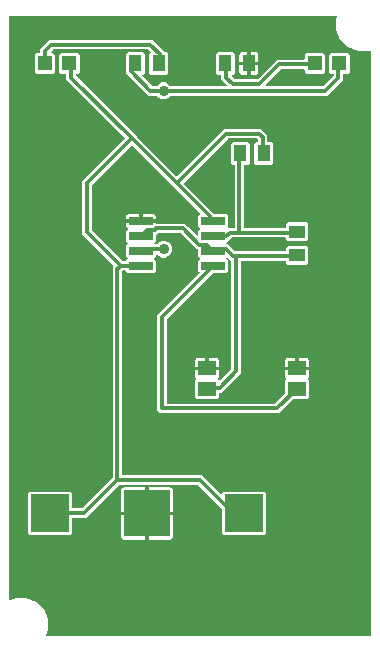
<source format=gbr>
G04 EAGLE Gerber RS-274X export*
G75*
%MOMM*%
%FSLAX34Y34*%
%LPD*%
%INTop Copper*%
%IPPOS*%
%AMOC8*
5,1,8,0,0,1.08239X$1,22.5*%
G01*
%ADD10R,3.900000X3.900000*%
%ADD11R,3.200000X3.200000*%
%ADD12R,1.500000X1.300000*%
%ADD13R,2.032000X0.660400*%
%ADD14R,1.200000X1.200000*%
%ADD15R,1.100000X1.400000*%
%ADD16R,1.400000X1.100000*%
%ADD17C,0.304800*%
%ADD18C,0.914400*%

G36*
X328698Y10164D02*
X328698Y10164D01*
X328717Y10162D01*
X328819Y10184D01*
X328921Y10200D01*
X328938Y10210D01*
X328958Y10214D01*
X329047Y10267D01*
X329138Y10316D01*
X329152Y10330D01*
X329169Y10340D01*
X329236Y10419D01*
X329308Y10494D01*
X329316Y10512D01*
X329329Y10527D01*
X329368Y10623D01*
X329411Y10717D01*
X329413Y10737D01*
X329421Y10755D01*
X329439Y10922D01*
X329439Y505447D01*
X329432Y505493D01*
X329434Y505538D01*
X329412Y505613D01*
X329400Y505690D01*
X329378Y505731D01*
X329365Y505775D01*
X329321Y505839D01*
X329284Y505907D01*
X329251Y505939D01*
X329225Y505977D01*
X329163Y506023D01*
X329106Y506077D01*
X329064Y506096D01*
X329028Y506123D01*
X328954Y506148D01*
X328883Y506180D01*
X328837Y506185D01*
X328794Y506200D01*
X328716Y506199D01*
X328639Y506207D01*
X328594Y506198D01*
X328548Y506197D01*
X328416Y506159D01*
X328398Y506155D01*
X328394Y506153D01*
X328387Y506151D01*
X327007Y505579D01*
X317993Y505579D01*
X309664Y509029D01*
X303289Y515404D01*
X299839Y523733D01*
X299839Y532747D01*
X300684Y534787D01*
X300694Y534831D01*
X300714Y534873D01*
X300722Y534950D01*
X300740Y535026D01*
X300736Y535072D01*
X300741Y535117D01*
X300724Y535194D01*
X300717Y535271D01*
X300698Y535313D01*
X300689Y535358D01*
X300649Y535425D01*
X300617Y535496D01*
X300586Y535530D01*
X300562Y535569D01*
X300503Y535620D01*
X300451Y535677D01*
X300410Y535699D01*
X300376Y535729D01*
X300303Y535758D01*
X300235Y535795D01*
X300190Y535804D01*
X300147Y535821D01*
X300011Y535836D01*
X299993Y535839D01*
X299988Y535838D01*
X299981Y535839D01*
X23622Y535839D01*
X23602Y535836D01*
X23583Y535838D01*
X23481Y535816D01*
X23379Y535800D01*
X23362Y535790D01*
X23342Y535786D01*
X23253Y535733D01*
X23162Y535684D01*
X23148Y535670D01*
X23131Y535660D01*
X23064Y535581D01*
X22992Y535506D01*
X22984Y535488D01*
X22971Y535473D01*
X22932Y535377D01*
X22889Y535283D01*
X22887Y535263D01*
X22879Y535245D01*
X22861Y535078D01*
X22861Y41779D01*
X22868Y41734D01*
X22866Y41688D01*
X22888Y41613D01*
X22900Y41536D01*
X22922Y41496D01*
X22935Y41452D01*
X22979Y41387D01*
X23016Y41319D01*
X23049Y41287D01*
X23075Y41250D01*
X23138Y41203D01*
X23194Y41149D01*
X23236Y41130D01*
X23272Y41103D01*
X23346Y41079D01*
X23417Y41046D01*
X23463Y41041D01*
X23506Y41027D01*
X23584Y41027D01*
X23661Y41019D01*
X23706Y41028D01*
X23752Y41029D01*
X23884Y41067D01*
X23902Y41071D01*
X23906Y41074D01*
X23913Y41076D01*
X28513Y42981D01*
X37527Y42981D01*
X45856Y39531D01*
X52231Y33156D01*
X55681Y24827D01*
X55681Y15813D01*
X53776Y11213D01*
X53765Y11169D01*
X53746Y11127D01*
X53737Y11050D01*
X53719Y10974D01*
X53724Y10928D01*
X53719Y10883D01*
X53735Y10806D01*
X53743Y10729D01*
X53761Y10687D01*
X53771Y10642D01*
X53811Y10575D01*
X53843Y10504D01*
X53874Y10470D01*
X53897Y10431D01*
X53956Y10380D01*
X54009Y10323D01*
X54049Y10301D01*
X54084Y10271D01*
X54156Y10242D01*
X54224Y10205D01*
X54270Y10196D01*
X54312Y10179D01*
X54448Y10164D01*
X54467Y10161D01*
X54472Y10162D01*
X54479Y10161D01*
X328678Y10161D01*
X328698Y10164D01*
G37*
%LPC*%
G36*
X40648Y95759D02*
X40648Y95759D01*
X39159Y97248D01*
X39159Y131352D01*
X40648Y132841D01*
X74752Y132841D01*
X76241Y131352D01*
X76241Y119380D01*
X76244Y119360D01*
X76242Y119341D01*
X76264Y119239D01*
X76280Y119137D01*
X76290Y119120D01*
X76294Y119100D01*
X76347Y119011D01*
X76396Y118920D01*
X76410Y118906D01*
X76420Y118889D01*
X76499Y118822D01*
X76574Y118750D01*
X76592Y118742D01*
X76607Y118729D01*
X76703Y118690D01*
X76797Y118647D01*
X76817Y118645D01*
X76835Y118637D01*
X77002Y118619D01*
X84615Y118619D01*
X84705Y118633D01*
X84796Y118641D01*
X84826Y118653D01*
X84858Y118658D01*
X84938Y118701D01*
X85022Y118737D01*
X85054Y118763D01*
X85075Y118774D01*
X85097Y118797D01*
X85153Y118842D01*
X110266Y143955D01*
X110319Y144029D01*
X110379Y144098D01*
X110391Y144128D01*
X110410Y144154D01*
X110437Y144241D01*
X110471Y144326D01*
X110475Y144367D01*
X110482Y144389D01*
X110481Y144422D01*
X110489Y144493D01*
X110489Y322994D01*
X111061Y323566D01*
X111073Y323582D01*
X111089Y323594D01*
X111145Y323682D01*
X111205Y323765D01*
X111211Y323784D01*
X111222Y323801D01*
X111247Y323902D01*
X111277Y324001D01*
X111277Y324020D01*
X111282Y324040D01*
X111274Y324143D01*
X111271Y324246D01*
X111264Y324265D01*
X111262Y324285D01*
X111222Y324380D01*
X111186Y324477D01*
X111174Y324493D01*
X111166Y324511D01*
X111061Y324642D01*
X84835Y350868D01*
X84835Y395384D01*
X120713Y431262D01*
X120725Y431278D01*
X120741Y431290D01*
X120797Y431378D01*
X120857Y431461D01*
X120863Y431480D01*
X120874Y431497D01*
X120899Y431598D01*
X120929Y431697D01*
X120929Y431716D01*
X120934Y431736D01*
X120926Y431839D01*
X120923Y431942D01*
X120916Y431961D01*
X120914Y431981D01*
X120874Y432076D01*
X120838Y432173D01*
X120826Y432189D01*
X120818Y432207D01*
X120713Y432338D01*
X71373Y481678D01*
X71373Y485998D01*
X71370Y486018D01*
X71372Y486037D01*
X71350Y486139D01*
X71334Y486241D01*
X71324Y486258D01*
X71320Y486278D01*
X71267Y486367D01*
X71218Y486458D01*
X71204Y486472D01*
X71194Y486489D01*
X71115Y486556D01*
X71040Y486628D01*
X71022Y486636D01*
X71007Y486649D01*
X70911Y486688D01*
X70817Y486731D01*
X70797Y486733D01*
X70779Y486741D01*
X70612Y486759D01*
X66948Y486759D01*
X65459Y488248D01*
X65459Y502352D01*
X66948Y503841D01*
X81052Y503841D01*
X82541Y502352D01*
X82541Y488248D01*
X81052Y486759D01*
X80264Y486759D01*
X80244Y486756D01*
X80225Y486758D01*
X80123Y486736D01*
X80021Y486720D01*
X80004Y486710D01*
X79984Y486706D01*
X79895Y486653D01*
X79804Y486604D01*
X79790Y486590D01*
X79773Y486580D01*
X79706Y486501D01*
X79634Y486426D01*
X79626Y486408D01*
X79613Y486393D01*
X79574Y486297D01*
X79531Y486203D01*
X79529Y486183D01*
X79521Y486165D01*
X79503Y485998D01*
X79503Y485361D01*
X79517Y485271D01*
X79525Y485180D01*
X79537Y485150D01*
X79542Y485118D01*
X79585Y485037D01*
X79621Y484954D01*
X79647Y484922D01*
X79658Y484901D01*
X79681Y484879D01*
X79726Y484823D01*
X128461Y436088D01*
X131288Y433261D01*
X164308Y400241D01*
X164324Y400229D01*
X164336Y400213D01*
X164424Y400157D01*
X164507Y400097D01*
X164526Y400091D01*
X164543Y400080D01*
X164644Y400055D01*
X164743Y400025D01*
X164762Y400025D01*
X164782Y400020D01*
X164885Y400028D01*
X164988Y400031D01*
X165007Y400038D01*
X165027Y400040D01*
X165122Y400080D01*
X165219Y400116D01*
X165235Y400128D01*
X165253Y400136D01*
X165384Y400241D01*
X205072Y439929D01*
X236380Y439929D01*
X241555Y434754D01*
X241555Y429402D01*
X241558Y429382D01*
X241556Y429363D01*
X241578Y429261D01*
X241594Y429159D01*
X241604Y429142D01*
X241608Y429122D01*
X241661Y429033D01*
X241710Y428942D01*
X241724Y428928D01*
X241734Y428911D01*
X241813Y428844D01*
X241888Y428772D01*
X241906Y428764D01*
X241921Y428751D01*
X242017Y428712D01*
X242111Y428669D01*
X242131Y428667D01*
X242149Y428659D01*
X242316Y428641D01*
X245152Y428641D01*
X246641Y427152D01*
X246641Y411048D01*
X245152Y409559D01*
X232048Y409559D01*
X230559Y411048D01*
X230559Y427152D01*
X232048Y428641D01*
X232664Y428641D01*
X232684Y428644D01*
X232703Y428642D01*
X232805Y428664D01*
X232907Y428680D01*
X232924Y428690D01*
X232944Y428694D01*
X233033Y428747D01*
X233124Y428796D01*
X233138Y428810D01*
X233155Y428820D01*
X233222Y428899D01*
X233294Y428974D01*
X233302Y428992D01*
X233315Y429007D01*
X233354Y429103D01*
X233397Y429197D01*
X233399Y429217D01*
X233407Y429235D01*
X233425Y429402D01*
X233425Y431038D01*
X233422Y431058D01*
X233424Y431077D01*
X233402Y431179D01*
X233386Y431281D01*
X233376Y431298D01*
X233372Y431318D01*
X233319Y431407D01*
X233270Y431498D01*
X233256Y431512D01*
X233246Y431529D01*
X233167Y431596D01*
X233092Y431668D01*
X233074Y431676D01*
X233059Y431689D01*
X232963Y431728D01*
X232869Y431771D01*
X232849Y431773D01*
X232831Y431781D01*
X232664Y431799D01*
X208755Y431799D01*
X208665Y431785D01*
X208574Y431777D01*
X208544Y431765D01*
X208512Y431760D01*
X208432Y431717D01*
X208348Y431681D01*
X208316Y431655D01*
X208295Y431644D01*
X208273Y431621D01*
X208217Y431576D01*
X171133Y394492D01*
X171121Y394476D01*
X171105Y394464D01*
X171049Y394376D01*
X170989Y394293D01*
X170983Y394274D01*
X170972Y394257D01*
X170947Y394156D01*
X170917Y394057D01*
X170917Y394038D01*
X170912Y394018D01*
X170920Y393915D01*
X170923Y393812D01*
X170930Y393793D01*
X170932Y393773D01*
X170972Y393678D01*
X171008Y393581D01*
X171020Y393565D01*
X171028Y393547D01*
X171133Y393416D01*
X194247Y370302D01*
X196533Y368016D01*
X196607Y367963D01*
X196676Y367903D01*
X196706Y367891D01*
X196732Y367872D01*
X196819Y367845D01*
X196904Y367811D01*
X196945Y367807D01*
X196967Y367800D01*
X197000Y367801D01*
X197071Y367793D01*
X207046Y367793D01*
X208535Y366304D01*
X208535Y357596D01*
X208347Y357408D01*
X208306Y357350D01*
X208256Y357298D01*
X208234Y357251D01*
X208204Y357209D01*
X208183Y357140D01*
X208153Y357075D01*
X208147Y357023D01*
X208131Y356973D01*
X208133Y356902D01*
X208125Y356831D01*
X208137Y356780D01*
X208138Y356728D01*
X208162Y356660D01*
X208178Y356590D01*
X208204Y356545D01*
X208222Y356497D01*
X208267Y356441D01*
X208304Y356379D01*
X208343Y356345D01*
X208376Y356305D01*
X208436Y356266D01*
X208491Y356219D01*
X208539Y356200D01*
X208583Y356172D01*
X208652Y356154D01*
X208719Y356127D01*
X208790Y356119D01*
X208821Y356111D01*
X208845Y356113D01*
X208886Y356109D01*
X213106Y356109D01*
X213126Y356112D01*
X213145Y356110D01*
X213247Y356132D01*
X213349Y356148D01*
X213366Y356158D01*
X213386Y356162D01*
X213475Y356215D01*
X213566Y356264D01*
X213580Y356278D01*
X213597Y356288D01*
X213664Y356367D01*
X213736Y356442D01*
X213744Y356460D01*
X213757Y356475D01*
X213796Y356571D01*
X213839Y356665D01*
X213841Y356685D01*
X213849Y356703D01*
X213867Y356870D01*
X213867Y408798D01*
X213864Y408818D01*
X213866Y408837D01*
X213844Y408939D01*
X213828Y409041D01*
X213818Y409058D01*
X213814Y409078D01*
X213761Y409167D01*
X213712Y409258D01*
X213698Y409272D01*
X213688Y409289D01*
X213609Y409356D01*
X213534Y409428D01*
X213516Y409436D01*
X213501Y409449D01*
X213405Y409488D01*
X213311Y409531D01*
X213291Y409533D01*
X213273Y409541D01*
X213106Y409559D01*
X212048Y409559D01*
X210559Y411048D01*
X210559Y427152D01*
X212048Y428641D01*
X225152Y428641D01*
X226641Y427152D01*
X226641Y411048D01*
X225152Y409559D01*
X222758Y409559D01*
X222738Y409556D01*
X222719Y409558D01*
X222617Y409536D01*
X222515Y409520D01*
X222498Y409510D01*
X222478Y409506D01*
X222389Y409453D01*
X222298Y409404D01*
X222284Y409390D01*
X222267Y409380D01*
X222200Y409301D01*
X222128Y409226D01*
X222120Y409208D01*
X222107Y409193D01*
X222068Y409097D01*
X222025Y409003D01*
X222023Y408983D01*
X222015Y408965D01*
X221997Y408798D01*
X221997Y356870D01*
X222000Y356850D01*
X221998Y356831D01*
X222020Y356729D01*
X222036Y356627D01*
X222046Y356610D01*
X222050Y356590D01*
X222103Y356501D01*
X222152Y356410D01*
X222166Y356396D01*
X222176Y356379D01*
X222255Y356312D01*
X222330Y356240D01*
X222348Y356232D01*
X222363Y356219D01*
X222459Y356180D01*
X222553Y356137D01*
X222573Y356135D01*
X222591Y356127D01*
X222758Y356109D01*
X256398Y356109D01*
X256418Y356112D01*
X256437Y356110D01*
X256539Y356132D01*
X256641Y356148D01*
X256658Y356158D01*
X256678Y356162D01*
X256767Y356215D01*
X256858Y356264D01*
X256872Y356278D01*
X256889Y356288D01*
X256956Y356367D01*
X257028Y356442D01*
X257036Y356460D01*
X257049Y356475D01*
X257088Y356571D01*
X257131Y356665D01*
X257133Y356685D01*
X257141Y356703D01*
X257159Y356870D01*
X257159Y359452D01*
X258648Y360941D01*
X274752Y360941D01*
X276241Y359452D01*
X276241Y346348D01*
X274752Y344859D01*
X258648Y344859D01*
X257159Y346348D01*
X257159Y347218D01*
X257156Y347238D01*
X257158Y347257D01*
X257136Y347359D01*
X257120Y347461D01*
X257110Y347478D01*
X257106Y347498D01*
X257053Y347587D01*
X257004Y347678D01*
X256990Y347692D01*
X256980Y347709D01*
X256901Y347776D01*
X256826Y347848D01*
X256808Y347856D01*
X256793Y347869D01*
X256697Y347908D01*
X256603Y347951D01*
X256583Y347953D01*
X256565Y347961D01*
X256398Y347979D01*
X211549Y347979D01*
X211459Y347965D01*
X211368Y347957D01*
X211338Y347945D01*
X211306Y347940D01*
X211226Y347897D01*
X211142Y347861D01*
X211110Y347835D01*
X211089Y347824D01*
X211067Y347801D01*
X211011Y347756D01*
X208758Y345503D01*
X208705Y345429D01*
X208645Y345360D01*
X208633Y345330D01*
X208614Y345304D01*
X208587Y345217D01*
X208553Y345132D01*
X208549Y345091D01*
X208542Y345068D01*
X208543Y345036D01*
X208535Y344965D01*
X208535Y344896D01*
X207077Y343438D01*
X207066Y343422D01*
X207050Y343410D01*
X207022Y343366D01*
X206986Y343328D01*
X206964Y343281D01*
X206934Y343239D01*
X206928Y343220D01*
X206917Y343203D01*
X206904Y343152D01*
X206883Y343105D01*
X206877Y343053D01*
X206862Y343003D01*
X206862Y342984D01*
X206857Y342964D01*
X206861Y342912D01*
X206856Y342861D01*
X206867Y342810D01*
X206868Y342758D01*
X206875Y342739D01*
X206876Y342719D01*
X206897Y342671D01*
X206908Y342620D01*
X206934Y342576D01*
X206952Y342527D01*
X206965Y342511D01*
X206973Y342493D01*
X207017Y342437D01*
X207034Y342409D01*
X207052Y342394D01*
X207077Y342362D01*
X207094Y342350D01*
X207106Y342335D01*
X207166Y342296D01*
X207221Y342249D01*
X207251Y342237D01*
X207277Y342218D01*
X207296Y342212D01*
X207313Y342202D01*
X207382Y342184D01*
X207449Y342157D01*
X207490Y342153D01*
X207512Y342146D01*
X207532Y342146D01*
X207551Y342141D01*
X207575Y342143D01*
X207616Y342139D01*
X208440Y342139D01*
X211044Y339535D01*
X213805Y336774D01*
X213879Y336721D01*
X213948Y336661D01*
X213978Y336649D01*
X214004Y336630D01*
X214091Y336603D01*
X214176Y336569D01*
X214217Y336565D01*
X214239Y336558D01*
X214272Y336559D01*
X214343Y336551D01*
X256398Y336551D01*
X256418Y336554D01*
X256437Y336552D01*
X256539Y336574D01*
X256641Y336590D01*
X256658Y336600D01*
X256678Y336604D01*
X256767Y336657D01*
X256858Y336706D01*
X256872Y336720D01*
X256889Y336730D01*
X256956Y336809D01*
X257028Y336884D01*
X257036Y336902D01*
X257049Y336917D01*
X257088Y337013D01*
X257131Y337107D01*
X257133Y337127D01*
X257141Y337145D01*
X257159Y337312D01*
X257159Y339452D01*
X258648Y340941D01*
X274752Y340941D01*
X276241Y339452D01*
X276241Y326348D01*
X274752Y324859D01*
X258648Y324859D01*
X257159Y326348D01*
X257159Y327660D01*
X257156Y327680D01*
X257158Y327699D01*
X257136Y327801D01*
X257120Y327903D01*
X257110Y327920D01*
X257106Y327940D01*
X257053Y328029D01*
X257004Y328120D01*
X256990Y328134D01*
X256980Y328151D01*
X256901Y328218D01*
X256826Y328290D01*
X256808Y328298D01*
X256793Y328311D01*
X256697Y328350D01*
X256603Y328393D01*
X256583Y328395D01*
X256565Y328403D01*
X256398Y328421D01*
X219964Y328421D01*
X219944Y328418D01*
X219925Y328420D01*
X219823Y328398D01*
X219721Y328382D01*
X219704Y328372D01*
X219684Y328368D01*
X219595Y328315D01*
X219504Y328266D01*
X219490Y328252D01*
X219473Y328242D01*
X219406Y328163D01*
X219334Y328088D01*
X219326Y328070D01*
X219313Y328055D01*
X219274Y327959D01*
X219231Y327865D01*
X219229Y327845D01*
X219221Y327827D01*
X219203Y327660D01*
X219203Y233012D01*
X202852Y216661D01*
X201302Y216661D01*
X201282Y216658D01*
X201263Y216660D01*
X201161Y216638D01*
X201059Y216622D01*
X201042Y216612D01*
X201022Y216608D01*
X200933Y216555D01*
X200842Y216506D01*
X200828Y216492D01*
X200811Y216482D01*
X200744Y216403D01*
X200672Y216328D01*
X200664Y216310D01*
X200651Y216295D01*
X200612Y216199D01*
X200569Y216105D01*
X200567Y216085D01*
X200559Y216067D01*
X200541Y215900D01*
X200541Y212548D01*
X199052Y211059D01*
X181948Y211059D01*
X180459Y212548D01*
X180459Y227652D01*
X180876Y228069D01*
X180902Y228105D01*
X180934Y228134D01*
X180973Y228204D01*
X181019Y228269D01*
X181032Y228311D01*
X181054Y228349D01*
X181068Y228427D01*
X181092Y228504D01*
X181091Y228548D01*
X181099Y228591D01*
X181088Y228670D01*
X181085Y228750D01*
X181070Y228791D01*
X181064Y228834D01*
X181027Y228919D01*
X181006Y228968D01*
X181001Y228981D01*
X180999Y228983D01*
X180997Y228988D01*
X180632Y229619D01*
X180459Y230266D01*
X180459Y235577D01*
X189738Y235577D01*
X189758Y235580D01*
X189777Y235578D01*
X189879Y235600D01*
X189981Y235617D01*
X189998Y235626D01*
X190018Y235630D01*
X190107Y235683D01*
X190198Y235732D01*
X190212Y235746D01*
X190229Y235756D01*
X190296Y235835D01*
X190367Y235910D01*
X190376Y235928D01*
X190389Y235943D01*
X190428Y236039D01*
X190471Y236133D01*
X190473Y236153D01*
X190481Y236171D01*
X190499Y236338D01*
X190499Y237101D01*
X190501Y237101D01*
X190501Y236338D01*
X190504Y236318D01*
X190502Y236299D01*
X190524Y236197D01*
X190541Y236095D01*
X190550Y236078D01*
X190554Y236058D01*
X190607Y235969D01*
X190656Y235878D01*
X190670Y235864D01*
X190680Y235847D01*
X190759Y235780D01*
X190834Y235709D01*
X190852Y235700D01*
X190867Y235687D01*
X190963Y235648D01*
X191057Y235605D01*
X191077Y235603D01*
X191095Y235595D01*
X191262Y235577D01*
X200541Y235577D01*
X200541Y230266D01*
X200368Y229619D01*
X200003Y228988D01*
X199988Y228947D01*
X199964Y228910D01*
X199944Y228833D01*
X199916Y228758D01*
X199914Y228714D01*
X199904Y228672D01*
X199910Y228592D01*
X199907Y228512D01*
X199920Y228470D01*
X199923Y228426D01*
X199954Y228353D01*
X199977Y228276D01*
X200002Y228240D01*
X200019Y228200D01*
X200110Y228086D01*
X200118Y228075D01*
X200121Y228073D01*
X200124Y228069D01*
X200547Y227646D01*
X200552Y227614D01*
X200554Y227542D01*
X200572Y227494D01*
X200580Y227442D01*
X200614Y227379D01*
X200639Y227311D01*
X200671Y227271D01*
X200696Y227225D01*
X200748Y227175D01*
X200792Y227119D01*
X200836Y227091D01*
X200874Y227055D01*
X200939Y227025D01*
X200999Y226986D01*
X201050Y226974D01*
X201097Y226952D01*
X201168Y226944D01*
X201238Y226926D01*
X201290Y226930D01*
X201341Y226925D01*
X201412Y226940D01*
X201483Y226946D01*
X201531Y226966D01*
X201582Y226977D01*
X201643Y227014D01*
X201709Y227042D01*
X201765Y227087D01*
X201793Y227103D01*
X201808Y227121D01*
X201840Y227147D01*
X210850Y236157D01*
X210903Y236231D01*
X210963Y236300D01*
X210975Y236330D01*
X210994Y236356D01*
X211021Y236443D01*
X211055Y236528D01*
X211059Y236569D01*
X211066Y236592D01*
X211065Y236624D01*
X211073Y236695D01*
X211073Y327693D01*
X211059Y327783D01*
X211051Y327874D01*
X211039Y327904D01*
X211034Y327936D01*
X210991Y328016D01*
X210955Y328100D01*
X210929Y328132D01*
X210918Y328153D01*
X210895Y328175D01*
X210850Y328231D01*
X208249Y330833D01*
X208233Y330845D01*
X208220Y330860D01*
X208133Y330916D01*
X208049Y330976D01*
X208030Y330982D01*
X208013Y330993D01*
X207913Y331018D01*
X207814Y331049D01*
X207794Y331048D01*
X207775Y331053D01*
X207672Y331045D01*
X207568Y331042D01*
X207549Y331036D01*
X207530Y331034D01*
X207434Y330994D01*
X207337Y330958D01*
X207321Y330946D01*
X207303Y330938D01*
X207172Y330833D01*
X207078Y330738D01*
X207066Y330722D01*
X207050Y330710D01*
X206994Y330623D01*
X206934Y330539D01*
X206928Y330520D01*
X206917Y330503D01*
X206892Y330402D01*
X206862Y330304D01*
X206862Y330284D01*
X206857Y330264D01*
X206865Y330161D01*
X206868Y330058D01*
X206875Y330039D01*
X206876Y330019D01*
X206917Y329924D01*
X206952Y329827D01*
X206965Y329811D01*
X206973Y329793D01*
X207077Y329662D01*
X208535Y328204D01*
X208535Y319496D01*
X207046Y318007D01*
X196055Y318007D01*
X195965Y317993D01*
X195874Y317985D01*
X195844Y317973D01*
X195812Y317968D01*
X195732Y317925D01*
X195648Y317889D01*
X195616Y317863D01*
X195595Y317852D01*
X195573Y317829D01*
X195517Y317784D01*
X156688Y278955D01*
X156635Y278881D01*
X156575Y278812D01*
X156563Y278782D01*
X156544Y278756D01*
X156517Y278669D01*
X156483Y278584D01*
X156479Y278543D01*
X156472Y278520D01*
X156473Y278488D01*
X156465Y278417D01*
X156465Y208026D01*
X156468Y208006D01*
X156466Y207987D01*
X156488Y207885D01*
X156504Y207783D01*
X156514Y207766D01*
X156518Y207746D01*
X156571Y207657D01*
X156620Y207566D01*
X156634Y207552D01*
X156644Y207535D01*
X156723Y207468D01*
X156798Y207396D01*
X156816Y207388D01*
X156831Y207375D01*
X156927Y207336D01*
X157021Y207293D01*
X157041Y207291D01*
X157059Y207283D01*
X157226Y207265D01*
X247801Y207265D01*
X247891Y207279D01*
X247982Y207287D01*
X248012Y207299D01*
X248044Y207304D01*
X248124Y207347D01*
X248208Y207383D01*
X248240Y207409D01*
X248261Y207420D01*
X248283Y207443D01*
X248339Y207488D01*
X256436Y215585D01*
X256489Y215659D01*
X256549Y215728D01*
X256561Y215758D01*
X256580Y215784D01*
X256607Y215871D01*
X256641Y215956D01*
X256645Y215997D01*
X256652Y216020D01*
X256651Y216052D01*
X256659Y216123D01*
X256659Y227652D01*
X257076Y228069D01*
X257102Y228105D01*
X257134Y228134D01*
X257173Y228204D01*
X257219Y228269D01*
X257232Y228311D01*
X257254Y228349D01*
X257268Y228427D01*
X257292Y228504D01*
X257291Y228548D01*
X257299Y228591D01*
X257288Y228670D01*
X257285Y228750D01*
X257270Y228791D01*
X257264Y228834D01*
X257227Y228919D01*
X257206Y228968D01*
X257201Y228981D01*
X257199Y228983D01*
X257197Y228988D01*
X256832Y229619D01*
X256659Y230266D01*
X256659Y235577D01*
X265938Y235577D01*
X265958Y235580D01*
X265977Y235578D01*
X266079Y235600D01*
X266181Y235617D01*
X266198Y235626D01*
X266218Y235630D01*
X266307Y235683D01*
X266398Y235732D01*
X266412Y235746D01*
X266429Y235756D01*
X266496Y235835D01*
X266567Y235910D01*
X266576Y235928D01*
X266589Y235943D01*
X266628Y236039D01*
X266671Y236133D01*
X266673Y236153D01*
X266681Y236171D01*
X266699Y236338D01*
X266699Y237101D01*
X266701Y237101D01*
X266701Y236338D01*
X266704Y236318D01*
X266702Y236299D01*
X266724Y236197D01*
X266741Y236095D01*
X266750Y236078D01*
X266754Y236058D01*
X266807Y235969D01*
X266856Y235878D01*
X266870Y235864D01*
X266880Y235847D01*
X266959Y235780D01*
X267034Y235709D01*
X267052Y235700D01*
X267067Y235687D01*
X267163Y235648D01*
X267257Y235605D01*
X267277Y235603D01*
X267295Y235595D01*
X267462Y235577D01*
X276741Y235577D01*
X276741Y230266D01*
X276568Y229619D01*
X276203Y228988D01*
X276188Y228947D01*
X276164Y228910D01*
X276144Y228833D01*
X276116Y228758D01*
X276114Y228714D01*
X276104Y228672D01*
X276110Y228592D01*
X276107Y228512D01*
X276120Y228470D01*
X276123Y228426D01*
X276154Y228353D01*
X276177Y228276D01*
X276202Y228240D01*
X276219Y228200D01*
X276310Y228086D01*
X276318Y228075D01*
X276321Y228073D01*
X276324Y228069D01*
X276741Y227652D01*
X276741Y212548D01*
X275252Y211059D01*
X263723Y211059D01*
X263633Y211045D01*
X263542Y211037D01*
X263512Y211025D01*
X263480Y211020D01*
X263400Y210977D01*
X263316Y210941D01*
X263284Y210915D01*
X263263Y210904D01*
X263241Y210881D01*
X263185Y210836D01*
X251484Y199135D01*
X150716Y199135D01*
X148335Y201516D01*
X148335Y282100D01*
X150939Y284704D01*
X183894Y317658D01*
X183906Y317674D01*
X183921Y317687D01*
X183977Y317774D01*
X184037Y317858D01*
X184043Y317877D01*
X184054Y317894D01*
X184079Y317994D01*
X184110Y318093D01*
X184109Y318113D01*
X184114Y318132D01*
X184106Y318235D01*
X184103Y318339D01*
X184097Y318358D01*
X184095Y318378D01*
X184055Y318472D01*
X184019Y318570D01*
X184007Y318586D01*
X183999Y318604D01*
X183894Y318735D01*
X183133Y319496D01*
X183133Y328204D01*
X184591Y329662D01*
X184602Y329678D01*
X184618Y329690D01*
X184674Y329778D01*
X184734Y329861D01*
X184740Y329880D01*
X184751Y329897D01*
X184776Y329998D01*
X184806Y330097D01*
X184806Y330116D01*
X184811Y330136D01*
X184803Y330239D01*
X184800Y330342D01*
X184793Y330361D01*
X184792Y330381D01*
X184751Y330476D01*
X184716Y330573D01*
X184703Y330589D01*
X184695Y330607D01*
X184591Y330738D01*
X183133Y332196D01*
X183133Y337058D01*
X183130Y337078D01*
X183132Y337097D01*
X183110Y337199D01*
X183094Y337301D01*
X183084Y337318D01*
X183080Y337338D01*
X183027Y337427D01*
X182978Y337518D01*
X182964Y337532D01*
X182954Y337549D01*
X182875Y337616D01*
X182800Y337688D01*
X182782Y337696D01*
X182767Y337709D01*
X182671Y337748D01*
X182577Y337791D01*
X182557Y337793D01*
X182539Y337801D01*
X182372Y337819D01*
X182307Y337819D01*
X168814Y351312D01*
X168740Y351365D01*
X168671Y351425D01*
X168640Y351437D01*
X168614Y351456D01*
X168527Y351483D01*
X168442Y351517D01*
X168401Y351521D01*
X168379Y351528D01*
X168347Y351527D01*
X168276Y351535D01*
X149224Y351535D01*
X149134Y351521D01*
X149043Y351513D01*
X149014Y351501D01*
X148982Y351496D01*
X148901Y351453D01*
X148817Y351417D01*
X148785Y351391D01*
X148764Y351380D01*
X148742Y351357D01*
X148686Y351312D01*
X147893Y350519D01*
X147828Y350519D01*
X147808Y350516D01*
X147789Y350518D01*
X147687Y350496D01*
X147585Y350480D01*
X147568Y350470D01*
X147548Y350466D01*
X147459Y350413D01*
X147368Y350364D01*
X147354Y350350D01*
X147337Y350340D01*
X147270Y350261D01*
X147198Y350186D01*
X147190Y350168D01*
X147177Y350153D01*
X147138Y350057D01*
X147095Y349963D01*
X147093Y349943D01*
X147085Y349925D01*
X147067Y349758D01*
X147067Y344896D01*
X145609Y343438D01*
X145598Y343422D01*
X145582Y343410D01*
X145554Y343366D01*
X145518Y343328D01*
X145496Y343281D01*
X145466Y343239D01*
X145460Y343220D01*
X145449Y343203D01*
X145436Y343152D01*
X145415Y343105D01*
X145409Y343053D01*
X145394Y343003D01*
X145394Y342984D01*
X145389Y342964D01*
X145393Y342912D01*
X145388Y342861D01*
X145399Y342810D01*
X145400Y342758D01*
X145407Y342739D01*
X145408Y342719D01*
X145429Y342671D01*
X145440Y342620D01*
X145466Y342576D01*
X145484Y342527D01*
X145497Y342511D01*
X145505Y342493D01*
X145549Y342437D01*
X145566Y342409D01*
X145584Y342394D01*
X145609Y342362D01*
X145626Y342350D01*
X145638Y342335D01*
X145698Y342296D01*
X145753Y342249D01*
X145783Y342237D01*
X145809Y342218D01*
X145828Y342212D01*
X145845Y342202D01*
X145914Y342184D01*
X145981Y342157D01*
X146022Y342153D01*
X146044Y342146D01*
X146064Y342146D01*
X146083Y342141D01*
X146107Y342143D01*
X146148Y342139D01*
X147360Y342139D01*
X147451Y342153D01*
X147541Y342161D01*
X147571Y342173D01*
X147603Y342178D01*
X147684Y342221D01*
X147768Y342257D01*
X147800Y342283D01*
X147821Y342294D01*
X147843Y342317D01*
X147899Y342362D01*
X149641Y344104D01*
X152255Y345187D01*
X155085Y345187D01*
X157699Y344104D01*
X159700Y342103D01*
X160783Y339489D01*
X160783Y336659D01*
X159700Y334045D01*
X157699Y332044D01*
X155085Y330961D01*
X152255Y330961D01*
X149641Y332044D01*
X148366Y333319D01*
X148308Y333361D01*
X148256Y333410D01*
X148209Y333432D01*
X148167Y333462D01*
X148098Y333483D01*
X148033Y333514D01*
X147981Y333519D01*
X147931Y333535D01*
X147860Y333533D01*
X147789Y333541D01*
X147738Y333530D01*
X147686Y333528D01*
X147618Y333504D01*
X147548Y333489D01*
X147503Y333462D01*
X147455Y333444D01*
X147399Y333399D01*
X147337Y333362D01*
X147303Y333323D01*
X147263Y333290D01*
X147224Y333230D01*
X147177Y333175D01*
X147158Y333127D01*
X147130Y333083D01*
X147112Y333014D01*
X147085Y332947D01*
X147077Y332876D01*
X147069Y332845D01*
X147071Y332821D01*
X147067Y332781D01*
X147067Y332196D01*
X145609Y330738D01*
X145598Y330722D01*
X145582Y330710D01*
X145526Y330622D01*
X145466Y330539D01*
X145460Y330520D01*
X145449Y330503D01*
X145424Y330402D01*
X145394Y330303D01*
X145394Y330284D01*
X145389Y330264D01*
X145397Y330161D01*
X145400Y330058D01*
X145407Y330039D01*
X145408Y330019D01*
X145449Y329924D01*
X145484Y329827D01*
X145497Y329811D01*
X145505Y329793D01*
X145609Y329662D01*
X147067Y328204D01*
X147067Y319496D01*
X145578Y318007D01*
X123154Y318007D01*
X121614Y319546D01*
X121612Y319558D01*
X121559Y319647D01*
X121510Y319738D01*
X121496Y319752D01*
X121486Y319769D01*
X121407Y319836D01*
X121332Y319908D01*
X121314Y319916D01*
X121299Y319929D01*
X121203Y319968D01*
X121109Y320011D01*
X121089Y320013D01*
X121071Y320021D01*
X120904Y320039D01*
X119380Y320039D01*
X119360Y320036D01*
X119341Y320038D01*
X119239Y320016D01*
X119137Y320000D01*
X119120Y319990D01*
X119100Y319986D01*
X119011Y319933D01*
X118920Y319884D01*
X118906Y319870D01*
X118889Y319860D01*
X118822Y319781D01*
X118750Y319706D01*
X118742Y319688D01*
X118729Y319673D01*
X118690Y319577D01*
X118647Y319483D01*
X118645Y319463D01*
X118637Y319445D01*
X118619Y319278D01*
X118619Y147320D01*
X118622Y147300D01*
X118620Y147281D01*
X118642Y147179D01*
X118658Y147077D01*
X118668Y147060D01*
X118672Y147040D01*
X118725Y146951D01*
X118774Y146860D01*
X118788Y146846D01*
X118798Y146829D01*
X118877Y146762D01*
X118952Y146690D01*
X118970Y146682D01*
X118985Y146669D01*
X119081Y146630D01*
X119175Y146587D01*
X119195Y146585D01*
X119213Y146577D01*
X119380Y146559D01*
X186088Y146559D01*
X201860Y130787D01*
X201918Y130745D01*
X201970Y130695D01*
X202017Y130673D01*
X202059Y130643D01*
X202128Y130622D01*
X202193Y130592D01*
X202245Y130586D01*
X202295Y130571D01*
X202366Y130573D01*
X202437Y130565D01*
X202488Y130576D01*
X202540Y130577D01*
X202608Y130602D01*
X202678Y130617D01*
X202723Y130644D01*
X202771Y130662D01*
X202827Y130706D01*
X202889Y130743D01*
X202923Y130783D01*
X202963Y130815D01*
X203002Y130876D01*
X203049Y130930D01*
X203068Y130978D01*
X203096Y131022D01*
X203114Y131092D01*
X203141Y131158D01*
X203149Y131230D01*
X203157Y131261D01*
X203155Y131284D01*
X203159Y131325D01*
X203159Y131352D01*
X204648Y132841D01*
X238752Y132841D01*
X240241Y131352D01*
X240241Y97248D01*
X238752Y95759D01*
X204648Y95759D01*
X203159Y97248D01*
X203159Y117675D01*
X203145Y117765D01*
X203137Y117856D01*
X203125Y117886D01*
X203120Y117918D01*
X203077Y117998D01*
X203041Y118082D01*
X203015Y118114D01*
X203004Y118135D01*
X202981Y118157D01*
X202936Y118213D01*
X182943Y138206D01*
X182869Y138259D01*
X182800Y138319D01*
X182770Y138331D01*
X182744Y138350D01*
X182657Y138377D01*
X182572Y138411D01*
X182531Y138415D01*
X182508Y138422D01*
X182476Y138421D01*
X182405Y138429D01*
X116553Y138429D01*
X116463Y138415D01*
X116372Y138407D01*
X116342Y138395D01*
X116310Y138390D01*
X116230Y138347D01*
X116146Y138311D01*
X116114Y138285D01*
X116093Y138274D01*
X116071Y138251D01*
X116015Y138206D01*
X90902Y113093D01*
X88298Y110489D01*
X77002Y110489D01*
X76982Y110486D01*
X76963Y110488D01*
X76861Y110466D01*
X76759Y110450D01*
X76742Y110440D01*
X76722Y110436D01*
X76633Y110383D01*
X76542Y110334D01*
X76528Y110320D01*
X76511Y110310D01*
X76444Y110231D01*
X76372Y110156D01*
X76364Y110138D01*
X76351Y110123D01*
X76312Y110027D01*
X76269Y109933D01*
X76267Y109913D01*
X76259Y109895D01*
X76241Y109728D01*
X76241Y97248D01*
X74752Y95759D01*
X40648Y95759D01*
G37*
%LPD*%
G36*
X121404Y328183D02*
X121404Y328183D01*
X121495Y328191D01*
X121525Y328203D01*
X121557Y328208D01*
X121638Y328251D01*
X121722Y328287D01*
X121754Y328313D01*
X121774Y328324D01*
X121797Y328347D01*
X121853Y328392D01*
X123123Y329662D01*
X123134Y329678D01*
X123150Y329690D01*
X123206Y329778D01*
X123266Y329861D01*
X123272Y329880D01*
X123283Y329897D01*
X123308Y329998D01*
X123338Y330097D01*
X123338Y330116D01*
X123343Y330136D01*
X123335Y330239D01*
X123332Y330342D01*
X123325Y330361D01*
X123324Y330381D01*
X123283Y330476D01*
X123248Y330573D01*
X123235Y330589D01*
X123227Y330607D01*
X123123Y330738D01*
X121665Y332196D01*
X121665Y340904D01*
X123123Y342362D01*
X123134Y342378D01*
X123150Y342390D01*
X123206Y342478D01*
X123266Y342561D01*
X123272Y342580D01*
X123283Y342597D01*
X123308Y342698D01*
X123338Y342797D01*
X123338Y342816D01*
X123343Y342836D01*
X123335Y342939D01*
X123332Y343042D01*
X123325Y343061D01*
X123324Y343081D01*
X123283Y343176D01*
X123248Y343273D01*
X123235Y343289D01*
X123227Y343307D01*
X123123Y343438D01*
X121665Y344896D01*
X121665Y353604D01*
X123231Y355170D01*
X123300Y355266D01*
X123371Y355363D01*
X123372Y355367D01*
X123375Y355370D01*
X123409Y355483D01*
X123446Y355597D01*
X123446Y355601D01*
X123447Y355605D01*
X123444Y355724D01*
X123442Y355843D01*
X123441Y355847D01*
X123441Y355851D01*
X123400Y355963D01*
X123360Y356075D01*
X123358Y356078D01*
X123356Y356082D01*
X123282Y356176D01*
X123209Y356269D01*
X123205Y356272D01*
X123203Y356274D01*
X123191Y356282D01*
X123074Y356368D01*
X122646Y356615D01*
X122173Y357088D01*
X121838Y357667D01*
X121665Y358314D01*
X121665Y360427D01*
X133604Y360427D01*
X133624Y360430D01*
X133643Y360428D01*
X133745Y360450D01*
X133847Y360467D01*
X133864Y360476D01*
X133884Y360480D01*
X133973Y360533D01*
X134064Y360582D01*
X134078Y360596D01*
X134095Y360606D01*
X134162Y360685D01*
X134233Y360760D01*
X134242Y360778D01*
X134255Y360793D01*
X134294Y360889D01*
X134337Y360983D01*
X134339Y361003D01*
X134347Y361021D01*
X134365Y361188D01*
X134365Y361951D01*
X134367Y361951D01*
X134367Y361188D01*
X134370Y361168D01*
X134368Y361149D01*
X134390Y361047D01*
X134407Y360945D01*
X134416Y360928D01*
X134420Y360908D01*
X134473Y360819D01*
X134522Y360728D01*
X134536Y360714D01*
X134546Y360697D01*
X134625Y360630D01*
X134700Y360559D01*
X134718Y360550D01*
X134733Y360537D01*
X134829Y360498D01*
X134923Y360455D01*
X134943Y360453D01*
X134961Y360445D01*
X135128Y360427D01*
X147067Y360427D01*
X147067Y360426D01*
X147070Y360406D01*
X147068Y360387D01*
X147090Y360285D01*
X147106Y360183D01*
X147116Y360166D01*
X147120Y360146D01*
X147173Y360057D01*
X147222Y359966D01*
X147236Y359952D01*
X147246Y359935D01*
X147325Y359868D01*
X147400Y359796D01*
X147418Y359788D01*
X147433Y359775D01*
X147529Y359736D01*
X147623Y359693D01*
X147643Y359691D01*
X147661Y359683D01*
X147828Y359665D01*
X171958Y359665D01*
X174562Y357061D01*
X181834Y349789D01*
X181892Y349747D01*
X181944Y349698D01*
X181991Y349676D01*
X182033Y349646D01*
X182102Y349625D01*
X182167Y349594D01*
X182219Y349589D01*
X182269Y349573D01*
X182340Y349575D01*
X182411Y349567D01*
X182462Y349578D01*
X182514Y349580D01*
X182582Y349604D01*
X182652Y349620D01*
X182697Y349646D01*
X182745Y349664D01*
X182801Y349709D01*
X182863Y349746D01*
X182897Y349785D01*
X182937Y349818D01*
X182976Y349878D01*
X183023Y349933D01*
X183042Y349981D01*
X183070Y350025D01*
X183088Y350094D01*
X183115Y350161D01*
X183123Y350232D01*
X183131Y350263D01*
X183129Y350287D01*
X183133Y350328D01*
X183133Y353604D01*
X184591Y355062D01*
X184602Y355078D01*
X184618Y355090D01*
X184674Y355178D01*
X184734Y355261D01*
X184740Y355280D01*
X184751Y355297D01*
X184776Y355398D01*
X184806Y355497D01*
X184806Y355516D01*
X184811Y355536D01*
X184803Y355639D01*
X184800Y355742D01*
X184793Y355761D01*
X184792Y355781D01*
X184751Y355876D01*
X184716Y355973D01*
X184703Y355989D01*
X184695Y356007D01*
X184591Y356138D01*
X183133Y357596D01*
X183133Y366304D01*
X184402Y367573D01*
X184414Y367589D01*
X184429Y367602D01*
X184485Y367689D01*
X184545Y367773D01*
X184551Y367792D01*
X184562Y367809D01*
X184587Y367909D01*
X184618Y368008D01*
X184617Y368028D01*
X184622Y368047D01*
X184614Y368150D01*
X184611Y368254D01*
X184605Y368273D01*
X184603Y368292D01*
X184563Y368387D01*
X184527Y368485D01*
X184515Y368500D01*
X184507Y368519D01*
X184402Y368650D01*
X163385Y389666D01*
X160558Y392493D01*
X127538Y425513D01*
X127522Y425525D01*
X127510Y425541D01*
X127422Y425597D01*
X127339Y425657D01*
X127320Y425663D01*
X127303Y425674D01*
X127202Y425699D01*
X127103Y425729D01*
X127084Y425729D01*
X127064Y425734D01*
X126961Y425726D01*
X126858Y425723D01*
X126839Y425716D01*
X126819Y425714D01*
X126724Y425674D01*
X126627Y425638D01*
X126611Y425626D01*
X126593Y425618D01*
X126462Y425513D01*
X93188Y392239D01*
X93135Y392165D01*
X93075Y392096D01*
X93063Y392066D01*
X93044Y392040D01*
X93017Y391953D01*
X92983Y391868D01*
X92979Y391827D01*
X92972Y391804D01*
X92973Y391772D01*
X92965Y391701D01*
X92965Y354551D01*
X92979Y354461D01*
X92987Y354370D01*
X92999Y354340D01*
X93004Y354308D01*
X93047Y354227D01*
X93083Y354144D01*
X93109Y354112D01*
X93120Y354091D01*
X93143Y354069D01*
X93188Y354013D01*
X118809Y328392D01*
X118883Y328339D01*
X118952Y328279D01*
X118982Y328267D01*
X119008Y328248D01*
X119095Y328221D01*
X119180Y328187D01*
X119221Y328183D01*
X119244Y328176D01*
X119276Y328177D01*
X119347Y328169D01*
X121314Y328169D01*
X121404Y328183D01*
G37*
%LPC*%
G36*
X152255Y465073D02*
X152255Y465073D01*
X149641Y466156D01*
X147899Y467898D01*
X147825Y467951D01*
X147755Y468011D01*
X147725Y468023D01*
X147699Y468042D01*
X147612Y468069D01*
X147527Y468103D01*
X147486Y468107D01*
X147464Y468114D01*
X147432Y468113D01*
X147360Y468121D01*
X140810Y468121D01*
X123395Y485536D01*
X123321Y485589D01*
X123294Y485613D01*
X121659Y487248D01*
X121659Y503352D01*
X123148Y504841D01*
X136252Y504841D01*
X137741Y503352D01*
X137741Y487248D01*
X136167Y485673D01*
X136133Y485661D01*
X136093Y485629D01*
X136047Y485604D01*
X135997Y485552D01*
X135941Y485508D01*
X135913Y485464D01*
X135877Y485426D01*
X135847Y485361D01*
X135808Y485301D01*
X135796Y485250D01*
X135774Y485203D01*
X135766Y485132D01*
X135748Y485062D01*
X135752Y485010D01*
X135747Y484959D01*
X135762Y484888D01*
X135768Y484817D01*
X135788Y484769D01*
X135799Y484718D01*
X135836Y484657D01*
X135864Y484591D01*
X135909Y484535D01*
X135925Y484507D01*
X135943Y484492D01*
X135969Y484460D01*
X143955Y476474D01*
X144029Y476421D01*
X144098Y476361D01*
X144128Y476349D01*
X144154Y476330D01*
X144241Y476303D01*
X144326Y476269D01*
X144367Y476265D01*
X144390Y476258D01*
X144422Y476259D01*
X144493Y476251D01*
X147360Y476251D01*
X147451Y476265D01*
X147541Y476273D01*
X147571Y476285D01*
X147603Y476290D01*
X147684Y476333D01*
X147768Y476369D01*
X147800Y476395D01*
X147821Y476406D01*
X147843Y476429D01*
X147899Y476474D01*
X149641Y478216D01*
X152255Y479299D01*
X155085Y479299D01*
X157699Y478216D01*
X159441Y476474D01*
X159515Y476421D01*
X159585Y476361D01*
X159615Y476349D01*
X159641Y476330D01*
X159728Y476303D01*
X159813Y476269D01*
X159854Y476265D01*
X159876Y476258D01*
X159908Y476259D01*
X159980Y476251D01*
X206281Y476251D01*
X206352Y476262D01*
X206424Y476264D01*
X206472Y476282D01*
X206524Y476290D01*
X206587Y476324D01*
X206655Y476349D01*
X206695Y476381D01*
X206741Y476406D01*
X206791Y476458D01*
X206847Y476502D01*
X206875Y476546D01*
X206911Y476584D01*
X206941Y476649D01*
X206980Y476709D01*
X206992Y476760D01*
X207014Y476807D01*
X207022Y476878D01*
X207040Y476948D01*
X207036Y477000D01*
X207041Y477051D01*
X207026Y477122D01*
X207020Y477193D01*
X207000Y477241D01*
X206989Y477292D01*
X206952Y477353D01*
X206924Y477419D01*
X206879Y477475D01*
X206863Y477503D01*
X206845Y477518D01*
X206819Y477550D01*
X205295Y479074D01*
X202691Y481678D01*
X202691Y484998D01*
X202688Y485018D01*
X202690Y485037D01*
X202668Y485139D01*
X202652Y485241D01*
X202642Y485258D01*
X202638Y485278D01*
X202585Y485367D01*
X202536Y485458D01*
X202522Y485472D01*
X202512Y485489D01*
X202433Y485556D01*
X202358Y485628D01*
X202340Y485636D01*
X202325Y485649D01*
X202229Y485688D01*
X202135Y485731D01*
X202115Y485733D01*
X202097Y485741D01*
X201930Y485759D01*
X199348Y485759D01*
X197859Y487248D01*
X197859Y503352D01*
X199348Y504841D01*
X212452Y504841D01*
X213941Y503352D01*
X213941Y487248D01*
X212452Y485759D01*
X211945Y485759D01*
X211874Y485748D01*
X211802Y485746D01*
X211754Y485728D01*
X211702Y485720D01*
X211639Y485686D01*
X211571Y485661D01*
X211531Y485629D01*
X211485Y485604D01*
X211435Y485552D01*
X211379Y485508D01*
X211351Y485464D01*
X211315Y485426D01*
X211285Y485361D01*
X211246Y485301D01*
X211234Y485250D01*
X211212Y485203D01*
X211204Y485132D01*
X211186Y485062D01*
X211190Y485010D01*
X211185Y484959D01*
X211200Y484888D01*
X211206Y484817D01*
X211226Y484769D01*
X211237Y484718D01*
X211274Y484657D01*
X211302Y484591D01*
X211347Y484535D01*
X211363Y484507D01*
X211381Y484492D01*
X211407Y484460D01*
X213805Y482062D01*
X213879Y482009D01*
X213948Y481949D01*
X213978Y481937D01*
X214004Y481918D01*
X214092Y481891D01*
X214176Y481857D01*
X214217Y481853D01*
X214240Y481846D01*
X214272Y481847D01*
X214343Y481839D01*
X232697Y481839D01*
X232787Y481853D01*
X232878Y481861D01*
X232908Y481873D01*
X232940Y481878D01*
X233020Y481921D01*
X233104Y481957D01*
X233136Y481983D01*
X233157Y481994D01*
X233179Y482017D01*
X233235Y482062D01*
X249776Y498603D01*
X272298Y498603D01*
X272318Y498606D01*
X272337Y498604D01*
X272439Y498626D01*
X272541Y498642D01*
X272558Y498652D01*
X272578Y498656D01*
X272667Y498709D01*
X272758Y498758D01*
X272772Y498772D01*
X272789Y498782D01*
X272856Y498861D01*
X272928Y498936D01*
X272936Y498954D01*
X272949Y498969D01*
X272988Y499065D01*
X273031Y499159D01*
X273033Y499179D01*
X273041Y499197D01*
X273059Y499364D01*
X273059Y502352D01*
X274548Y503841D01*
X288652Y503841D01*
X290141Y502352D01*
X290141Y488248D01*
X288652Y486759D01*
X274548Y486759D01*
X273059Y488248D01*
X273059Y489712D01*
X273056Y489732D01*
X273058Y489751D01*
X273036Y489853D01*
X273020Y489955D01*
X273010Y489972D01*
X273006Y489992D01*
X272953Y490081D01*
X272904Y490172D01*
X272890Y490186D01*
X272880Y490203D01*
X272801Y490270D01*
X272726Y490342D01*
X272708Y490350D01*
X272693Y490363D01*
X272597Y490402D01*
X272503Y490445D01*
X272483Y490447D01*
X272465Y490455D01*
X272298Y490473D01*
X253459Y490473D01*
X253369Y490459D01*
X253278Y490451D01*
X253248Y490439D01*
X253216Y490434D01*
X253136Y490391D01*
X253052Y490355D01*
X253020Y490329D01*
X252999Y490318D01*
X252977Y490295D01*
X252921Y490250D01*
X240221Y477550D01*
X240179Y477492D01*
X240129Y477440D01*
X240107Y477393D01*
X240077Y477351D01*
X240056Y477282D01*
X240026Y477217D01*
X240020Y477165D01*
X240005Y477115D01*
X240007Y477044D01*
X239999Y476973D01*
X240010Y476922D01*
X240011Y476870D01*
X240036Y476802D01*
X240051Y476732D01*
X240078Y476687D01*
X240096Y476639D01*
X240140Y476583D01*
X240177Y476521D01*
X240217Y476487D01*
X240249Y476447D01*
X240310Y476408D01*
X240364Y476361D01*
X240412Y476342D01*
X240456Y476314D01*
X240526Y476296D01*
X240592Y476269D01*
X240664Y476261D01*
X240695Y476253D01*
X240718Y476255D01*
X240759Y476251D01*
X288577Y476251D01*
X288667Y476265D01*
X288758Y476273D01*
X288788Y476285D01*
X288820Y476290D01*
X288900Y476333D01*
X288984Y476369D01*
X289016Y476395D01*
X289037Y476406D01*
X289059Y476429D01*
X289115Y476474D01*
X297464Y484823D01*
X297517Y484897D01*
X297577Y484966D01*
X297589Y484996D01*
X297608Y485022D01*
X297635Y485109D01*
X297669Y485194D01*
X297673Y485235D01*
X297680Y485258D01*
X297679Y485290D01*
X297687Y485361D01*
X297687Y485998D01*
X297684Y486018D01*
X297686Y486037D01*
X297664Y486139D01*
X297648Y486241D01*
X297638Y486258D01*
X297634Y486278D01*
X297581Y486367D01*
X297532Y486458D01*
X297518Y486472D01*
X297508Y486489D01*
X297429Y486556D01*
X297354Y486628D01*
X297336Y486636D01*
X297321Y486649D01*
X297225Y486688D01*
X297131Y486731D01*
X297111Y486733D01*
X297093Y486741D01*
X296926Y486759D01*
X295548Y486759D01*
X294059Y488248D01*
X294059Y502352D01*
X295548Y503841D01*
X309652Y503841D01*
X311141Y502352D01*
X311141Y488248D01*
X309652Y486759D01*
X306578Y486759D01*
X306558Y486756D01*
X306539Y486758D01*
X306437Y486736D01*
X306335Y486720D01*
X306318Y486710D01*
X306298Y486706D01*
X306209Y486653D01*
X306118Y486604D01*
X306104Y486590D01*
X306087Y486580D01*
X306020Y486501D01*
X305948Y486426D01*
X305940Y486408D01*
X305927Y486393D01*
X305888Y486297D01*
X305845Y486203D01*
X305843Y486183D01*
X305835Y486165D01*
X305817Y485998D01*
X305817Y481678D01*
X292260Y468121D01*
X159980Y468121D01*
X159889Y468107D01*
X159799Y468099D01*
X159769Y468087D01*
X159737Y468082D01*
X159656Y468039D01*
X159572Y468003D01*
X159540Y467977D01*
X159519Y467966D01*
X159497Y467943D01*
X159441Y467898D01*
X157699Y466156D01*
X155085Y465073D01*
X152255Y465073D01*
G37*
%LPD*%
%LPC*%
G36*
X143148Y485759D02*
X143148Y485759D01*
X141659Y487248D01*
X141659Y503352D01*
X142639Y504332D01*
X142651Y504348D01*
X142666Y504361D01*
X142722Y504448D01*
X142782Y504532D01*
X142788Y504551D01*
X142799Y504568D01*
X142824Y504668D01*
X142855Y504767D01*
X142854Y504787D01*
X142859Y504806D01*
X142851Y504909D01*
X142848Y505013D01*
X142842Y505032D01*
X142840Y505051D01*
X142800Y505146D01*
X142764Y505244D01*
X142752Y505259D01*
X142744Y505278D01*
X142639Y505409D01*
X141033Y507014D01*
X140959Y507067D01*
X140890Y507127D01*
X140860Y507139D01*
X140834Y507158D01*
X140747Y507185D01*
X140662Y507219D01*
X140621Y507223D01*
X140598Y507230D01*
X140566Y507229D01*
X140495Y507237D01*
X60673Y507237D01*
X60583Y507223D01*
X60492Y507215D01*
X60462Y507203D01*
X60430Y507198D01*
X60350Y507155D01*
X60266Y507119D01*
X60233Y507093D01*
X60213Y507082D01*
X60191Y507059D01*
X60135Y507014D01*
X58261Y505140D01*
X58219Y505082D01*
X58169Y505030D01*
X58147Y504983D01*
X58117Y504941D01*
X58096Y504872D01*
X58066Y504807D01*
X58060Y504755D01*
X58045Y504705D01*
X58047Y504634D01*
X58039Y504563D01*
X58050Y504512D01*
X58051Y504460D01*
X58076Y504392D01*
X58091Y504322D01*
X58118Y504277D01*
X58136Y504229D01*
X58180Y504173D01*
X58217Y504111D01*
X58257Y504077D01*
X58289Y504037D01*
X58350Y503998D01*
X58404Y503951D01*
X58452Y503932D01*
X58496Y503904D01*
X58566Y503886D01*
X58632Y503859D01*
X58704Y503851D01*
X58735Y503843D01*
X58758Y503845D01*
X58799Y503841D01*
X60052Y503841D01*
X61541Y502352D01*
X61541Y488248D01*
X60052Y486759D01*
X45948Y486759D01*
X44459Y488248D01*
X44459Y502352D01*
X45948Y503841D01*
X48260Y503841D01*
X48280Y503844D01*
X48299Y503842D01*
X48401Y503864D01*
X48503Y503880D01*
X48520Y503890D01*
X48540Y503894D01*
X48629Y503947D01*
X48720Y503996D01*
X48734Y504010D01*
X48751Y504020D01*
X48818Y504099D01*
X48890Y504174D01*
X48898Y504192D01*
X48911Y504207D01*
X48950Y504303D01*
X48993Y504397D01*
X48995Y504417D01*
X49003Y504435D01*
X49021Y504602D01*
X49021Y507398D01*
X56990Y515367D01*
X144178Y515367D01*
X154481Y505064D01*
X154555Y505011D01*
X154624Y504951D01*
X154654Y504939D01*
X154680Y504920D01*
X154767Y504893D01*
X154852Y504859D01*
X154893Y504855D01*
X154916Y504848D01*
X154948Y504849D01*
X155019Y504841D01*
X156252Y504841D01*
X157741Y503352D01*
X157741Y487248D01*
X156252Y485759D01*
X143148Y485759D01*
G37*
%LPD*%
%LPC*%
G36*
X141223Y115823D02*
X141223Y115823D01*
X141223Y136341D01*
X159534Y136341D01*
X160181Y136168D01*
X160760Y135833D01*
X161233Y135360D01*
X161568Y134781D01*
X161741Y134134D01*
X161741Y115823D01*
X141223Y115823D01*
G37*
%LPD*%
%LPC*%
G36*
X117659Y115823D02*
X117659Y115823D01*
X117659Y134134D01*
X117832Y134781D01*
X118167Y135360D01*
X118640Y135833D01*
X119219Y136168D01*
X119866Y136341D01*
X138177Y136341D01*
X138177Y115823D01*
X117659Y115823D01*
G37*
%LPD*%
%LPC*%
G36*
X141223Y92259D02*
X141223Y92259D01*
X141223Y112777D01*
X161741Y112777D01*
X161741Y94466D01*
X161568Y93819D01*
X161233Y93240D01*
X160760Y92767D01*
X160181Y92432D01*
X159534Y92259D01*
X141223Y92259D01*
G37*
%LPD*%
%LPC*%
G36*
X119866Y92259D02*
X119866Y92259D01*
X119219Y92432D01*
X118640Y92767D01*
X118167Y93240D01*
X117832Y93819D01*
X117659Y94466D01*
X117659Y112777D01*
X138177Y112777D01*
X138177Y92259D01*
X119866Y92259D01*
G37*
%LPD*%
%LPC*%
G36*
X192023Y238623D02*
X192023Y238623D01*
X192023Y246141D01*
X198334Y246141D01*
X198981Y245968D01*
X199560Y245633D01*
X200033Y245160D01*
X200368Y244581D01*
X200541Y243934D01*
X200541Y238623D01*
X192023Y238623D01*
G37*
%LPD*%
%LPC*%
G36*
X268223Y238623D02*
X268223Y238623D01*
X268223Y246141D01*
X274534Y246141D01*
X275181Y245968D01*
X275760Y245633D01*
X276233Y245160D01*
X276568Y244581D01*
X276741Y243934D01*
X276741Y238623D01*
X268223Y238623D01*
G37*
%LPD*%
%LPC*%
G36*
X180459Y238623D02*
X180459Y238623D01*
X180459Y243934D01*
X180632Y244581D01*
X180967Y245160D01*
X181440Y245633D01*
X182019Y245968D01*
X182666Y246141D01*
X188977Y246141D01*
X188977Y238623D01*
X180459Y238623D01*
G37*
%LPD*%
%LPC*%
G36*
X256659Y238623D02*
X256659Y238623D01*
X256659Y243934D01*
X256832Y244581D01*
X257167Y245160D01*
X257640Y245633D01*
X258219Y245968D01*
X258866Y246141D01*
X265177Y246141D01*
X265177Y238623D01*
X256659Y238623D01*
G37*
%LPD*%
%LPC*%
G36*
X227423Y496823D02*
X227423Y496823D01*
X227423Y504841D01*
X231734Y504841D01*
X232381Y504668D01*
X232960Y504333D01*
X233433Y503860D01*
X233768Y503281D01*
X233941Y502634D01*
X233941Y496823D01*
X227423Y496823D01*
G37*
%LPD*%
%LPC*%
G36*
X227423Y485759D02*
X227423Y485759D01*
X227423Y493777D01*
X233941Y493777D01*
X233941Y487966D01*
X233768Y487319D01*
X233433Y486740D01*
X232960Y486267D01*
X232381Y485932D01*
X231734Y485759D01*
X227423Y485759D01*
G37*
%LPD*%
%LPC*%
G36*
X217859Y496823D02*
X217859Y496823D01*
X217859Y502634D01*
X218032Y503281D01*
X218367Y503860D01*
X218840Y504333D01*
X219419Y504668D01*
X220066Y504841D01*
X224377Y504841D01*
X224377Y496823D01*
X217859Y496823D01*
G37*
%LPD*%
%LPC*%
G36*
X220066Y485759D02*
X220066Y485759D01*
X219419Y485932D01*
X218840Y486267D01*
X218367Y486740D01*
X218032Y487319D01*
X217859Y487966D01*
X217859Y493777D01*
X224377Y493777D01*
X224377Y485759D01*
X220066Y485759D01*
G37*
%LPD*%
%LPC*%
G36*
X135889Y363473D02*
X135889Y363473D01*
X135889Y367793D01*
X144860Y367793D01*
X145507Y367620D01*
X146086Y367285D01*
X146559Y366812D01*
X146894Y366233D01*
X147067Y365586D01*
X147067Y363473D01*
X135889Y363473D01*
G37*
%LPD*%
%LPC*%
G36*
X121665Y363473D02*
X121665Y363473D01*
X121665Y365586D01*
X121838Y366233D01*
X122173Y366812D01*
X122646Y367285D01*
X123225Y367620D01*
X123872Y367793D01*
X132843Y367793D01*
X132843Y363473D01*
X121665Y363473D01*
G37*
%LPD*%
%LPC*%
G36*
X225899Y495299D02*
X225899Y495299D01*
X225899Y495301D01*
X225901Y495301D01*
X225901Y495299D01*
X225899Y495299D01*
G37*
%LPD*%
%LPC*%
G36*
X139699Y114299D02*
X139699Y114299D01*
X139699Y114301D01*
X139701Y114301D01*
X139701Y114299D01*
X139699Y114299D01*
G37*
%LPD*%
D10*
X139700Y114300D03*
D11*
X221700Y114300D03*
X57700Y114300D03*
D12*
X190500Y220100D03*
X190500Y237100D03*
X266700Y220100D03*
X266700Y237100D03*
D13*
X134366Y361950D03*
X195834Y361950D03*
X134366Y349250D03*
X134366Y336550D03*
X195834Y349250D03*
X195834Y336550D03*
X134366Y323850D03*
X195834Y323850D03*
D14*
X53000Y495300D03*
X74000Y495300D03*
X281600Y495300D03*
X302600Y495300D03*
D15*
X218600Y419100D03*
X238600Y419100D03*
D16*
X266700Y332900D03*
X266700Y352900D03*
D15*
X225900Y495300D03*
X205900Y495300D03*
X129700Y495300D03*
X149700Y495300D03*
D17*
X53086Y497332D02*
X53086Y505714D01*
X58674Y511302D01*
X142494Y511302D01*
X150876Y502920D01*
X150876Y497332D01*
X53086Y497332D02*
X53000Y495300D01*
X149700Y495300D02*
X150876Y497332D01*
X301752Y494538D02*
X301752Y483362D01*
X290576Y472186D01*
X153670Y472186D02*
X142494Y472186D01*
X153670Y472186D02*
X290576Y472186D01*
X142494Y472186D02*
X125730Y488950D01*
X125730Y491744D01*
X128524Y494538D01*
X301752Y494538D02*
X302600Y495300D01*
X129700Y495300D02*
X128524Y494538D01*
X136906Y338074D02*
X153670Y338074D01*
X136906Y338074D02*
X134366Y336550D01*
D18*
X153670Y338074D03*
X153670Y472186D03*
D17*
X251460Y494538D02*
X279400Y494538D01*
X251460Y494538D02*
X234696Y477774D01*
X212344Y477774D01*
X206756Y483362D01*
X206756Y494538D01*
X279400Y494538D02*
X281600Y495300D01*
X206756Y494538D02*
X205900Y495300D01*
D18*
X76200Y406400D03*
X114300Y381000D03*
D17*
X212344Y332486D02*
X215138Y332486D01*
X265430Y332486D01*
X212344Y332486D02*
X206756Y338074D01*
X198374Y338074D01*
X265430Y332486D02*
X266700Y332900D01*
X198374Y338074D02*
X195834Y336550D01*
X192786Y220726D02*
X201168Y220726D01*
X215138Y234696D01*
X215138Y332486D01*
X192786Y220726D02*
X190500Y220100D01*
X195834Y336550D02*
X190500Y341884D01*
X183991Y341884D01*
X170275Y355600D01*
X147225Y355600D02*
X146209Y354584D01*
X139700Y354584D01*
X134366Y349250D01*
X147225Y355600D02*
X170275Y355600D01*
X209550Y352044D02*
X217932Y352044D01*
X265430Y352044D01*
X209550Y352044D02*
X206756Y349250D01*
X195834Y349250D01*
X265430Y352044D02*
X266700Y352900D01*
X217932Y352044D02*
X217932Y419100D01*
X218600Y419100D01*
X266700Y220100D02*
X249800Y203200D01*
X152400Y203200D01*
X152400Y280416D02*
X195834Y323850D01*
X152400Y280416D02*
X152400Y203200D01*
X86614Y114554D02*
X58674Y114554D01*
X86614Y114554D02*
X114554Y142494D01*
X184404Y142494D01*
X212344Y114554D01*
X220726Y114554D01*
X58674Y114554D02*
X57700Y114300D01*
X220726Y114554D02*
X221700Y114300D01*
X75438Y483362D02*
X75438Y494538D01*
X164846Y393954D02*
X192786Y366014D01*
X164846Y393954D02*
X127000Y431800D01*
X75438Y483362D01*
X192786Y366014D02*
X192786Y363220D01*
X195580Y360426D01*
X75438Y494538D02*
X74000Y495300D01*
X195834Y361950D02*
X195580Y360426D01*
X237490Y419100D02*
X237490Y433070D01*
X234696Y435864D01*
X206756Y435864D01*
X164846Y393954D01*
X237490Y419100D02*
X238600Y419100D01*
X134112Y324104D02*
X117348Y324104D01*
X134112Y324104D02*
X134366Y323850D01*
X114554Y321310D02*
X114554Y142494D01*
X114554Y321310D02*
X117348Y324104D01*
X88900Y352552D02*
X88900Y393700D01*
X127000Y431800D01*
X88900Y352552D02*
X117348Y324104D01*
M02*

</source>
